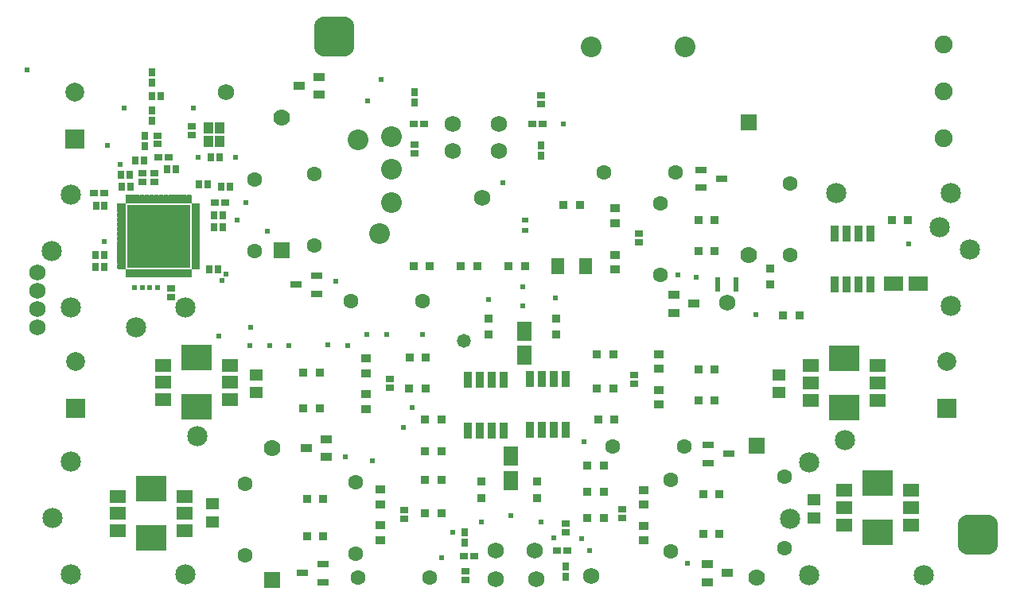
<source format=gts>
G04 Layer_Color=8388736*
%FSLAX25Y25*%
%MOIN*%
G70*
G01*
G75*
%ADD11R,0.03800X0.03600*%
%ADD20R,0.03600X0.03800*%
%ADD21R,0.04200X0.03200*%
%ADD22R,0.05200X0.04800*%
%ADD28R,0.05200X0.06700*%
%ADD29R,0.02400X0.06400*%
%ADD32R,0.02565X0.02184*%
%ADD56R,0.03241X0.03162*%
%ADD57R,0.06784X0.05800*%
%ADD58R,0.12808X0.10800*%
%ADD59R,0.01981X0.03769*%
%ADD60R,0.03769X0.01981*%
%ADD61R,0.00084X0.00084*%
%ADD62R,0.03162X0.03241*%
%ADD63R,0.03359X0.06706*%
%ADD64R,0.05131X0.03359*%
%ADD65R,0.03162X0.03753*%
%ADD66R,0.03556X0.03162*%
%ADD67R,0.03753X0.03162*%
%ADD68R,0.04934X0.03162*%
%ADD69R,0.07887X0.05918*%
%ADD70C,0.06800*%
%ADD71R,0.05918X0.07887*%
%ADD72R,0.04147X0.04540*%
%ADD73C,0.08477*%
%ADD74C,0.06312*%
%ADD75C,0.08674*%
%ADD76C,0.02800*%
%ADD77C,0.08674*%
%ADD78C,0.07493*%
%ADD79R,0.07001X0.07001*%
%ADD80C,0.07001*%
%ADD81R,0.07887X0.07887*%
%ADD82C,0.07887*%
G04:AMPARAMS|DCode=83|XSize=168mil|YSize=168mil|CornerRadius=44mil|HoleSize=0mil|Usage=FLASHONLY|Rotation=0.000|XOffset=0mil|YOffset=0mil|HoleType=Round|Shape=RoundedRectangle|*
%AMROUNDEDRECTD83*
21,1,0.16800,0.08000,0,0,0.0*
21,1,0.08000,0.16800,0,0,0.0*
1,1,0.08800,0.04000,-0.04000*
1,1,0.08800,-0.04000,-0.04000*
1,1,0.08800,-0.04000,0.04000*
1,1,0.08800,0.04000,0.04000*
%
%ADD83ROUNDEDRECTD83*%
%ADD84C,0.02400*%
%ADD85C,0.05800*%
G36*
X74803Y144561D02*
X71284D01*
Y146294D01*
X74803D01*
Y144561D01*
D02*
G37*
G36*
X43616D02*
X40097D01*
Y146294D01*
X43616D01*
Y144561D01*
D02*
G37*
G36*
X74803Y146530D02*
X71284D01*
Y148263D01*
X74803D01*
Y146530D01*
D02*
G37*
G36*
X43616D02*
X40097D01*
Y148263D01*
X43616D01*
Y146530D01*
D02*
G37*
G36*
X74803Y142592D02*
X71284D01*
Y144325D01*
X74803D01*
Y142592D01*
D02*
G37*
G36*
X43616Y140623D02*
X40097D01*
Y142356D01*
X43616D01*
Y140623D01*
D02*
G37*
G36*
X74803Y138654D02*
X71284D01*
Y140387D01*
X74803D01*
Y138654D01*
D02*
G37*
G36*
X43616Y142592D02*
X40097D01*
Y144325D01*
X43616D01*
Y142592D01*
D02*
G37*
G36*
X74803Y140623D02*
X71284D01*
Y142356D01*
X74803D01*
Y140623D01*
D02*
G37*
G36*
X43616Y154406D02*
X40097D01*
Y156139D01*
X43616D01*
Y154406D01*
D02*
G37*
G36*
X74803Y152437D02*
X71284D01*
Y154170D01*
X74803D01*
Y152437D01*
D02*
G37*
G36*
X43616Y156375D02*
X40097D01*
Y158108D01*
X43616D01*
Y156375D01*
D02*
G37*
G36*
X74803Y154406D02*
X71284D01*
Y156139D01*
X74803D01*
Y154406D01*
D02*
G37*
G36*
X43616Y152437D02*
X40097D01*
Y154170D01*
X43616D01*
Y152437D01*
D02*
G37*
G36*
X74803Y148499D02*
X71284D01*
Y150232D01*
X74803D01*
Y148499D01*
D02*
G37*
G36*
X43616D02*
X40097D01*
Y150232D01*
X43616D01*
Y148499D01*
D02*
G37*
G36*
X74803Y150468D02*
X71284D01*
Y152201D01*
X74803D01*
Y150468D01*
D02*
G37*
G36*
X43616D02*
X40097D01*
Y152201D01*
X43616D01*
Y150468D01*
D02*
G37*
G36*
X57332Y132997D02*
X55600D01*
Y136516D01*
X57332D01*
Y132997D01*
D02*
G37*
G36*
X55363D02*
X53631D01*
Y136516D01*
X55363D01*
Y132997D01*
D02*
G37*
G36*
X61269D02*
X59537D01*
Y136516D01*
X61269D01*
Y132997D01*
D02*
G37*
G36*
X59300D02*
X57568D01*
Y136516D01*
X59300D01*
Y132997D01*
D02*
G37*
G36*
X53395D02*
X51663D01*
Y136516D01*
X53395D01*
Y132997D01*
D02*
G37*
G36*
X47489D02*
X45757D01*
Y136516D01*
X47489D01*
Y132997D01*
D02*
G37*
G36*
X45521D02*
X43789D01*
Y136516D01*
X45521D01*
Y132997D01*
D02*
G37*
G36*
X51426D02*
X49694D01*
Y136516D01*
X51426D01*
Y132997D01*
D02*
G37*
G36*
X49458D02*
X47726D01*
Y136516D01*
X49458D01*
Y132997D01*
D02*
G37*
G36*
X74803Y136685D02*
X71284D01*
Y138418D01*
X74803D01*
Y136685D01*
D02*
G37*
G36*
X43616D02*
X40097D01*
Y138418D01*
X43616D01*
Y136685D01*
D02*
G37*
G36*
Y138654D02*
X40097D01*
Y140387D01*
X43616D01*
Y138654D01*
D02*
G37*
G36*
X70692Y161987D02*
Y160413D01*
Y158887D01*
Y157313D01*
Y155787D01*
Y154213D01*
Y152687D01*
Y151113D01*
Y149587D01*
Y148013D01*
Y146487D01*
Y144913D01*
Y143387D01*
Y141813D01*
Y140287D01*
Y138713D01*
Y137108D01*
X44208D01*
Y138713D01*
Y140287D01*
Y141813D01*
Y143387D01*
Y144913D01*
Y146487D01*
Y148013D01*
Y149587D01*
Y151113D01*
Y152687D01*
Y154213D01*
Y155787D01*
Y157313D01*
Y158887D01*
Y160413D01*
Y161987D01*
Y163592D01*
X70692D01*
Y161987D01*
D02*
G37*
G36*
X71111Y132997D02*
X69379D01*
Y136516D01*
X71111D01*
Y132997D01*
D02*
G37*
G36*
X65206D02*
X63474D01*
Y136516D01*
X65206D01*
Y132997D01*
D02*
G37*
G36*
X63237D02*
X61505D01*
Y136516D01*
X63237D01*
Y132997D01*
D02*
G37*
G36*
X69143D02*
X67411D01*
Y136516D01*
X69143D01*
Y132997D01*
D02*
G37*
G36*
X67174D02*
X65442D01*
Y136516D01*
X67174D01*
Y132997D01*
D02*
G37*
G36*
X74803Y156375D02*
X71284D01*
Y158108D01*
X74803D01*
Y156375D01*
D02*
G37*
G36*
X45521Y164184D02*
X43789D01*
Y167703D01*
X45521D01*
Y164184D01*
D02*
G37*
G36*
X74803Y162282D02*
X71284D01*
Y164015D01*
X74803D01*
Y162282D01*
D02*
G37*
G36*
X47489Y164184D02*
X45757D01*
Y167703D01*
X47489D01*
Y164184D01*
D02*
G37*
G36*
X51426D02*
X49694D01*
Y167703D01*
X51426D01*
Y164184D01*
D02*
G37*
G36*
X49458D02*
X47726D01*
Y167703D01*
X49458D01*
Y164184D01*
D02*
G37*
G36*
X43616Y160313D02*
X40097D01*
Y162046D01*
X43616D01*
Y160313D01*
D02*
G37*
G36*
X74803Y158344D02*
X71284D01*
Y160077D01*
X74803D01*
Y158344D01*
D02*
G37*
G36*
X43616D02*
X40097D01*
Y160077D01*
X43616D01*
Y158344D01*
D02*
G37*
G36*
Y162282D02*
X40097D01*
Y164015D01*
X43616D01*
Y162282D01*
D02*
G37*
G36*
X74803Y160313D02*
X71284D01*
Y162046D01*
X74803D01*
Y160313D01*
D02*
G37*
G36*
X65206Y164184D02*
X63474D01*
Y167703D01*
X65206D01*
Y164184D01*
D02*
G37*
G36*
X63237D02*
X61505D01*
Y167703D01*
X63237D01*
Y164184D01*
D02*
G37*
G36*
X71111D02*
X69379D01*
Y167703D01*
X71111D01*
Y164184D01*
D02*
G37*
G36*
X67174D02*
X65442D01*
Y167703D01*
X67174D01*
Y164184D01*
D02*
G37*
G36*
X69143D02*
X67411D01*
Y167703D01*
X69143D01*
Y164184D01*
D02*
G37*
G36*
X57332D02*
X55600D01*
Y167703D01*
X57332D01*
Y164184D01*
D02*
G37*
G36*
X55363D02*
X53631D01*
Y167703D01*
X55363D01*
Y164184D01*
D02*
G37*
G36*
X53395D02*
X51663D01*
Y167703D01*
X53395D01*
Y164184D01*
D02*
G37*
G36*
X61269D02*
X59537D01*
Y167703D01*
X61269D01*
Y164184D01*
D02*
G37*
G36*
X59300D02*
X57568D01*
Y167703D01*
X59300D01*
Y164184D01*
D02*
G37*
%LPC*%
G36*
X56687Y143387D02*
X55113D01*
Y141813D01*
X56687D01*
Y143387D01*
D02*
G37*
G36*
X50487D02*
X48913D01*
Y141813D01*
X50487D01*
Y143387D01*
D02*
G37*
G36*
X53587D02*
X52013D01*
Y141813D01*
X53587D01*
Y143387D01*
D02*
G37*
G36*
X59787D02*
X58213D01*
Y141813D01*
X59787D01*
Y143387D01*
D02*
G37*
G36*
X53587Y161987D02*
X52013D01*
Y160413D01*
X53587D01*
Y161987D01*
D02*
G37*
G36*
X50487D02*
X48913D01*
Y160413D01*
X50487D01*
Y161987D01*
D02*
G37*
G36*
X47387D02*
X45813D01*
Y160413D01*
X47387D01*
Y161987D01*
D02*
G37*
G36*
X62887Y143387D02*
X61313D01*
Y141813D01*
X62887D01*
Y143387D01*
D02*
G37*
G36*
X65987D02*
X64413D01*
Y141813D01*
X65987D01*
Y143387D01*
D02*
G37*
G36*
X69087D02*
X67513D01*
Y141813D01*
X69087D01*
Y143387D01*
D02*
G37*
G36*
X47387D02*
X45813D01*
Y141813D01*
X47387D01*
Y143387D01*
D02*
G37*
G36*
Y140287D02*
X45813D01*
Y138713D01*
X47387D01*
Y140287D01*
D02*
G37*
G36*
X50487D02*
X48913D01*
Y138713D01*
X50487D01*
Y140287D01*
D02*
G37*
G36*
X53587D02*
X52013D01*
Y138713D01*
X53587D01*
Y140287D01*
D02*
G37*
G36*
X69087Y161987D02*
X67513D01*
Y160413D01*
X69087D01*
Y161987D01*
D02*
G37*
G36*
X65987D02*
X64413D01*
Y160413D01*
X65987D01*
Y161987D01*
D02*
G37*
G36*
X62887D02*
X61313D01*
Y160413D01*
X62887D01*
Y161987D01*
D02*
G37*
G36*
X56687Y140287D02*
X55113D01*
Y138713D01*
X56687D01*
Y140287D01*
D02*
G37*
G36*
X69087D02*
X67513D01*
Y138713D01*
X69087D01*
Y140287D01*
D02*
G37*
G36*
X59787Y161987D02*
X58213D01*
Y160413D01*
X59787D01*
Y161987D01*
D02*
G37*
G36*
X56687D02*
X55113D01*
Y160413D01*
X56687D01*
Y161987D01*
D02*
G37*
G36*
X59787Y140287D02*
X58213D01*
Y138713D01*
X59787D01*
Y140287D01*
D02*
G37*
G36*
X62887D02*
X61313D01*
Y138713D01*
X62887D01*
Y140287D01*
D02*
G37*
G36*
X65987D02*
X64413D01*
Y138713D01*
X65987D01*
Y140287D01*
D02*
G37*
G36*
X69087Y152687D02*
X67513D01*
Y151113D01*
X69087D01*
Y152687D01*
D02*
G37*
G36*
X65987D02*
X64413D01*
Y151113D01*
X65987D01*
Y152687D01*
D02*
G37*
G36*
X59787Y158887D02*
X58213D01*
Y157313D01*
X59787D01*
Y158887D01*
D02*
G37*
G36*
X47387Y155787D02*
X45813D01*
Y154213D01*
X47387D01*
Y155787D01*
D02*
G37*
G36*
X56687Y158887D02*
X55113D01*
Y157313D01*
X56687D01*
Y158887D01*
D02*
G37*
G36*
X53587Y152687D02*
X52013D01*
Y151113D01*
X53587D01*
Y152687D01*
D02*
G37*
G36*
X50487D02*
X48913D01*
Y151113D01*
X50487D01*
Y152687D01*
D02*
G37*
G36*
X56687D02*
X55113D01*
Y151113D01*
X56687D01*
Y152687D01*
D02*
G37*
G36*
X62887D02*
X61313D01*
Y151113D01*
X62887D01*
Y152687D01*
D02*
G37*
G36*
X59787D02*
X58213D01*
Y151113D01*
X59787D01*
Y152687D01*
D02*
G37*
G36*
X69087Y155787D02*
X67513D01*
Y154213D01*
X69087D01*
Y155787D01*
D02*
G37*
G36*
X65987D02*
X64413D01*
Y154213D01*
X65987D01*
Y155787D01*
D02*
G37*
G36*
X53587Y158887D02*
X52013D01*
Y157313D01*
X53587D01*
Y158887D01*
D02*
G37*
G36*
X47387D02*
X45813D01*
Y157313D01*
X47387D01*
Y158887D01*
D02*
G37*
G36*
X50487D02*
X48913D01*
Y157313D01*
X50487D01*
Y158887D01*
D02*
G37*
G36*
X53587Y155787D02*
X52013D01*
Y154213D01*
X53587D01*
Y155787D01*
D02*
G37*
G36*
X50487D02*
X48913D01*
Y154213D01*
X50487D01*
Y155787D01*
D02*
G37*
G36*
X56687D02*
X55113D01*
Y154213D01*
X56687D01*
Y155787D01*
D02*
G37*
G36*
X62887D02*
X61313D01*
Y154213D01*
X62887D01*
Y155787D01*
D02*
G37*
G36*
X59787D02*
X58213D01*
Y154213D01*
X59787D01*
Y155787D01*
D02*
G37*
G36*
X65987Y146487D02*
X64413D01*
Y144913D01*
X65987D01*
Y146487D01*
D02*
G37*
G36*
X62887D02*
X61313D01*
Y144913D01*
X62887D01*
Y146487D01*
D02*
G37*
G36*
X69087D02*
X67513D01*
Y144913D01*
X69087D01*
Y146487D01*
D02*
G37*
G36*
X50487Y149587D02*
X48913D01*
Y148013D01*
X50487D01*
Y149587D01*
D02*
G37*
G36*
X47387D02*
X45813D01*
Y148013D01*
X47387D01*
Y149587D01*
D02*
G37*
G36*
X50487Y146487D02*
X48913D01*
Y144913D01*
X50487D01*
Y146487D01*
D02*
G37*
G36*
X47387D02*
X45813D01*
Y144913D01*
X47387D01*
Y146487D01*
D02*
G37*
G36*
X53587D02*
X52013D01*
Y144913D01*
X53587D01*
Y146487D01*
D02*
G37*
G36*
X59787D02*
X58213D01*
Y144913D01*
X59787D01*
Y146487D01*
D02*
G37*
G36*
X56687D02*
X55113D01*
Y144913D01*
X56687D01*
Y146487D01*
D02*
G37*
G36*
X69087Y158887D02*
X67513D01*
Y157313D01*
X69087D01*
Y158887D01*
D02*
G37*
G36*
Y149587D02*
X67513D01*
Y148013D01*
X69087D01*
Y149587D01*
D02*
G37*
G36*
X65987Y158887D02*
X64413D01*
Y157313D01*
X65987D01*
Y158887D01*
D02*
G37*
G36*
X47387Y152687D02*
X45813D01*
Y151113D01*
X47387D01*
Y152687D01*
D02*
G37*
G36*
X62887Y158887D02*
X61313D01*
Y157313D01*
X62887D01*
Y158887D01*
D02*
G37*
G36*
X56687Y149587D02*
X55113D01*
Y148013D01*
X56687D01*
Y149587D01*
D02*
G37*
G36*
X53587D02*
X52013D01*
Y148013D01*
X53587D01*
Y149587D01*
D02*
G37*
G36*
X59787D02*
X58213D01*
Y148013D01*
X59787D01*
Y149587D01*
D02*
G37*
G36*
X65987D02*
X64413D01*
Y148013D01*
X65987D01*
Y149587D01*
D02*
G37*
G36*
X62887D02*
X61313D01*
Y148013D01*
X62887D01*
Y149587D01*
D02*
G37*
%LPD*%
D11*
X290450Y94500D02*
D03*
X283550D02*
D03*
X290450Y81500D02*
D03*
X283550D02*
D03*
X292450Y42000D02*
D03*
X285550D02*
D03*
X292450Y25500D02*
D03*
X285550D02*
D03*
X119550Y24500D02*
D03*
X126450D02*
D03*
X119550Y40000D02*
D03*
X126450D02*
D03*
X117950Y78000D02*
D03*
X124850D02*
D03*
X118050Y93000D02*
D03*
X124950D02*
D03*
X227050Y163325D02*
D03*
X233950D02*
D03*
X175900Y60000D02*
D03*
X169000D02*
D03*
X169050Y48000D02*
D03*
X175950D02*
D03*
Y73500D02*
D03*
X169050D02*
D03*
X184100Y137825D02*
D03*
X191000D02*
D03*
X162450Y86500D02*
D03*
X169350D02*
D03*
X325950Y117000D02*
D03*
X319050D02*
D03*
X247950Y100750D02*
D03*
X241050D02*
D03*
X247950Y86500D02*
D03*
X241050D02*
D03*
X241550Y73500D02*
D03*
X248450D02*
D03*
X237050Y54000D02*
D03*
X243950D02*
D03*
X243950Y43250D02*
D03*
X237050D02*
D03*
X243950Y32000D02*
D03*
X237050D02*
D03*
X204100Y137825D02*
D03*
X211000D02*
D03*
X283550Y144000D02*
D03*
X290450D02*
D03*
X283550Y157000D02*
D03*
X290450D02*
D03*
X364550D02*
D03*
X371450D02*
D03*
X164150Y137825D02*
D03*
X171050D02*
D03*
X162550Y99500D02*
D03*
X169450D02*
D03*
X169050Y34000D02*
D03*
X175950D02*
D03*
D20*
X192500Y47450D02*
D03*
Y40550D02*
D03*
X195500Y109050D02*
D03*
Y115950D02*
D03*
X313500Y136950D02*
D03*
Y130050D02*
D03*
X224000Y109050D02*
D03*
Y115950D02*
D03*
X216000Y47450D02*
D03*
Y40550D02*
D03*
D21*
X150400Y22950D02*
D03*
Y29050D02*
D03*
Y37950D02*
D03*
Y44050D02*
D03*
X144400Y77950D02*
D03*
Y84050D02*
D03*
Y92950D02*
D03*
Y99050D02*
D03*
X267000Y100800D02*
D03*
Y94700D02*
D03*
Y85800D02*
D03*
Y79700D02*
D03*
X260500Y43800D02*
D03*
Y37700D02*
D03*
Y28800D02*
D03*
Y22700D02*
D03*
X248500Y142550D02*
D03*
Y136450D02*
D03*
Y162050D02*
D03*
Y155950D02*
D03*
D22*
X98400Y84750D02*
D03*
Y92250D02*
D03*
X79900Y30500D02*
D03*
Y38000D02*
D03*
X317200Y92250D02*
D03*
Y84750D02*
D03*
X332000Y39750D02*
D03*
Y32250D02*
D03*
D28*
X236400Y137825D02*
D03*
X224600D02*
D03*
D29*
X299240Y130200D02*
D03*
X291760D02*
D03*
D32*
X211000Y157175D02*
D03*
Y152825D02*
D03*
D56*
X217500Y209311D02*
D03*
Y205689D02*
D03*
X228000Y29811D02*
D03*
Y26189D02*
D03*
X186000Y6067D02*
D03*
Y9689D02*
D03*
X164500Y185067D02*
D03*
Y188689D02*
D03*
X62600Y124789D02*
D03*
Y128411D02*
D03*
X160400Y31689D02*
D03*
Y35311D02*
D03*
X154400Y86689D02*
D03*
Y90311D02*
D03*
X50500Y173189D02*
D03*
Y176811D02*
D03*
X55500Y173189D02*
D03*
Y176811D02*
D03*
X57100Y188989D02*
D03*
Y192611D02*
D03*
X258500Y151311D02*
D03*
Y147689D02*
D03*
X256500Y92061D02*
D03*
Y88439D02*
D03*
X251500Y35811D02*
D03*
Y32189D02*
D03*
X71400Y192678D02*
D03*
Y196300D02*
D03*
D57*
X87396Y81717D02*
D03*
Y89000D02*
D03*
Y96284D02*
D03*
X59404D02*
D03*
Y89000D02*
D03*
Y81717D02*
D03*
X330808Y96184D02*
D03*
Y88900D02*
D03*
Y81616D02*
D03*
X358800D02*
D03*
Y88900D02*
D03*
Y96184D02*
D03*
X344608Y43767D02*
D03*
Y36483D02*
D03*
Y29200D02*
D03*
X372600D02*
D03*
Y36483D02*
D03*
Y43767D02*
D03*
X68396Y26717D02*
D03*
Y34000D02*
D03*
Y41284D02*
D03*
X40404D02*
D03*
Y34000D02*
D03*
Y26717D02*
D03*
D58*
X73400Y99295D02*
D03*
Y78705D02*
D03*
X344804Y78605D02*
D03*
Y99195D02*
D03*
X358604Y26188D02*
D03*
Y46779D02*
D03*
X54400Y44295D02*
D03*
Y23705D02*
D03*
D59*
X44655Y134757D02*
D03*
X46623D02*
D03*
X48592D02*
D03*
X50560D02*
D03*
X52529D02*
D03*
X54497D02*
D03*
X56466D02*
D03*
X58434D02*
D03*
X60403D02*
D03*
X62371D02*
D03*
X64340D02*
D03*
X66308D02*
D03*
X68277D02*
D03*
X70245D02*
D03*
Y165944D02*
D03*
X68277D02*
D03*
X66308D02*
D03*
X64340D02*
D03*
X62371D02*
D03*
X60403D02*
D03*
X58434D02*
D03*
X56466D02*
D03*
X54497D02*
D03*
X52529D02*
D03*
X50560D02*
D03*
X48592D02*
D03*
X46623D02*
D03*
X44655D02*
D03*
D60*
X73044Y137551D02*
D03*
Y139521D02*
D03*
Y141490D02*
D03*
Y143458D02*
D03*
Y145428D02*
D03*
Y147397D02*
D03*
Y149365D02*
D03*
Y151335D02*
D03*
Y153304D02*
D03*
Y155272D02*
D03*
Y157241D02*
D03*
Y159211D02*
D03*
Y161179D02*
D03*
Y163148D02*
D03*
X41857D02*
D03*
Y161179D02*
D03*
Y159211D02*
D03*
Y157241D02*
D03*
Y155272D02*
D03*
Y153304D02*
D03*
Y151335D02*
D03*
Y149365D02*
D03*
Y147397D02*
D03*
Y145428D02*
D03*
Y143458D02*
D03*
Y141490D02*
D03*
Y139521D02*
D03*
Y137551D02*
D03*
D61*
X57450Y150350D02*
D03*
D62*
X82311Y136300D02*
D03*
X78689D02*
D03*
X30989Y142600D02*
D03*
X34611D02*
D03*
X31089Y137500D02*
D03*
X34711D02*
D03*
X87311Y171000D02*
D03*
X83689D02*
D03*
X58311Y209000D02*
D03*
X54689D02*
D03*
X84311Y154000D02*
D03*
X80689D02*
D03*
X78000Y172000D02*
D03*
X74378D02*
D03*
X60989Y178300D02*
D03*
X64611D02*
D03*
X41689Y176000D02*
D03*
X45311D02*
D03*
X41878Y171000D02*
D03*
X45500D02*
D03*
X31189Y163000D02*
D03*
X34811D02*
D03*
X84311Y159000D02*
D03*
X80689D02*
D03*
X47689Y182000D02*
D03*
X51311D02*
D03*
X79389Y183400D02*
D03*
X83011D02*
D03*
D63*
X201900Y90130D02*
D03*
X196900D02*
D03*
X191900D02*
D03*
X186900D02*
D03*
Y68870D02*
D03*
X191900D02*
D03*
X196900D02*
D03*
X201900D02*
D03*
X213000Y69120D02*
D03*
X218000D02*
D03*
X223000D02*
D03*
X228000D02*
D03*
Y90380D02*
D03*
X223000D02*
D03*
X218000D02*
D03*
X213000D02*
D03*
X355500Y151455D02*
D03*
X350500D02*
D03*
X345500D02*
D03*
X340500D02*
D03*
Y130195D02*
D03*
X345500D02*
D03*
X350500D02*
D03*
X355500D02*
D03*
D64*
X124634Y209720D02*
D03*
Y217280D02*
D03*
X116366Y213500D02*
D03*
X287366Y12779D02*
D03*
Y5221D02*
D03*
X295634Y9000D02*
D03*
X273366Y125779D02*
D03*
Y118220D02*
D03*
X281634Y122000D02*
D03*
X127634Y57721D02*
D03*
Y65280D02*
D03*
X119366Y61500D02*
D03*
D65*
X51500Y188235D02*
D03*
Y192565D02*
D03*
X54500Y198835D02*
D03*
Y203165D02*
D03*
Y219165D02*
D03*
Y214835D02*
D03*
X164500Y206335D02*
D03*
Y210665D02*
D03*
X185500Y21835D02*
D03*
Y26165D02*
D03*
X228000Y11665D02*
D03*
Y7335D02*
D03*
X217500Y188543D02*
D03*
Y184213D02*
D03*
D66*
X30335Y168500D02*
D03*
X34665D02*
D03*
D67*
X80835Y164500D02*
D03*
X85165D02*
D03*
X61665Y183600D02*
D03*
X57335D02*
D03*
X164335Y197500D02*
D03*
X168665D02*
D03*
X185335Y16000D02*
D03*
X189665D02*
D03*
X228543Y18500D02*
D03*
X224213D02*
D03*
X218165Y197500D02*
D03*
X213835D02*
D03*
D68*
X123661Y126260D02*
D03*
Y133740D02*
D03*
X115000Y130000D02*
D03*
X126331Y5260D02*
D03*
Y12740D02*
D03*
X117669Y9000D02*
D03*
X284669Y178240D02*
D03*
Y170760D02*
D03*
X293331Y174500D02*
D03*
X287669Y62740D02*
D03*
Y55260D02*
D03*
X296331Y59000D02*
D03*
D69*
X375618Y130325D02*
D03*
X365382D02*
D03*
D70*
X295500Y122325D02*
D03*
X193000Y166500D02*
D03*
X215500Y6500D02*
D03*
X198500D02*
D03*
X200000Y186000D02*
D03*
X180500D02*
D03*
X215000Y18500D02*
D03*
X198500D02*
D03*
X200000Y197500D02*
D03*
X180500D02*
D03*
X6500Y135167D02*
D03*
Y127500D02*
D03*
Y119833D02*
D03*
Y112167D02*
D03*
X238500Y7800D02*
D03*
X85500Y210900D02*
D03*
D71*
X210500Y110618D02*
D03*
Y100382D02*
D03*
X205000Y47882D02*
D03*
Y58118D02*
D03*
D72*
X82964Y190046D02*
D03*
Y195754D02*
D03*
X78436D02*
D03*
Y190046D02*
D03*
D73*
X345000Y64800D02*
D03*
X384500Y154274D02*
D03*
X389326Y121278D02*
D03*
X397200Y144900D02*
D03*
X389326Y168522D02*
D03*
X341295D02*
D03*
X329969Y55344D02*
D03*
X322094Y31722D02*
D03*
X329969Y8100D02*
D03*
X378000D02*
D03*
X20500Y167744D02*
D03*
X12626Y144122D02*
D03*
X20500Y120500D02*
D03*
X68532D02*
D03*
X68805Y8478D02*
D03*
X20774D02*
D03*
X12900Y32100D02*
D03*
X20774Y55722D02*
D03*
X73600Y66400D02*
D03*
X47900Y112000D02*
D03*
D74*
X97500Y144000D02*
D03*
Y174000D02*
D03*
X168000Y123000D02*
D03*
X138000D02*
D03*
X122500Y146500D02*
D03*
Y176500D02*
D03*
X322000Y172500D02*
D03*
Y142500D02*
D03*
X244000Y177000D02*
D03*
X274000D02*
D03*
X267500Y164000D02*
D03*
Y134000D02*
D03*
X319500Y49500D02*
D03*
Y19500D02*
D03*
X247500Y62000D02*
D03*
X277500D02*
D03*
X272000Y48000D02*
D03*
Y18000D02*
D03*
X93500Y16500D02*
D03*
Y46500D02*
D03*
X171000Y7000D02*
D03*
X141000D02*
D03*
X140000Y17000D02*
D03*
Y47000D02*
D03*
D75*
X140972Y190685D02*
D03*
X150028Y151315D02*
D03*
D76*
X68300Y139500D02*
D03*
X65200D02*
D03*
X62100D02*
D03*
X59000D02*
D03*
X55900D02*
D03*
X52800D02*
D03*
X49700D02*
D03*
X46600D02*
D03*
X68300Y142600D02*
D03*
X65200D02*
D03*
X62100D02*
D03*
X59000D02*
D03*
X55900D02*
D03*
X52800D02*
D03*
X49700D02*
D03*
X46600D02*
D03*
X68300Y145700D02*
D03*
X65200D02*
D03*
X62100D02*
D03*
X59000D02*
D03*
X55900D02*
D03*
X52800D02*
D03*
X49700D02*
D03*
X46600D02*
D03*
X68300Y148800D02*
D03*
X65200D02*
D03*
X62100D02*
D03*
X59000D02*
D03*
X55900D02*
D03*
X52800D02*
D03*
X49700D02*
D03*
X46600D02*
D03*
X68300Y151900D02*
D03*
X65200D02*
D03*
X62100D02*
D03*
X59000D02*
D03*
X55900D02*
D03*
X52800D02*
D03*
X49700D02*
D03*
X46600D02*
D03*
X68300Y155000D02*
D03*
X65200D02*
D03*
X62100D02*
D03*
X59000D02*
D03*
X55900D02*
D03*
X52800D02*
D03*
X49700D02*
D03*
X46600D02*
D03*
X68300Y158100D02*
D03*
X65200D02*
D03*
X62100D02*
D03*
X59000D02*
D03*
X55900D02*
D03*
X52800D02*
D03*
X49700D02*
D03*
X46600D02*
D03*
X68300Y161200D02*
D03*
X65200D02*
D03*
X62100D02*
D03*
X59000D02*
D03*
X55900D02*
D03*
X52800D02*
D03*
X49700D02*
D03*
X46600D02*
D03*
D77*
X278000Y229660D02*
D03*
X238620D02*
D03*
X155020Y192100D02*
D03*
Y178330D02*
D03*
Y164540D02*
D03*
D78*
X386300Y191400D02*
D03*
Y211085D02*
D03*
Y230770D02*
D03*
D79*
X105000Y5988D02*
D03*
X109000Y144500D02*
D03*
X304500Y198000D02*
D03*
X308000Y62512D02*
D03*
D80*
X105000Y61500D02*
D03*
X109000Y200012D02*
D03*
X304500Y142488D02*
D03*
X308000Y7000D02*
D03*
D81*
X22800Y78100D02*
D03*
X22300Y191200D02*
D03*
X387600Y78015D02*
D03*
D82*
X22800Y97785D02*
D03*
X22300Y210885D02*
D03*
X387600Y97700D02*
D03*
D83*
X400500Y25100D02*
D03*
X130900Y234200D02*
D03*
D84*
X201500Y172800D02*
D03*
X371800Y147000D02*
D03*
X53700Y128700D02*
D03*
X56900Y128800D02*
D03*
X84000Y131800D02*
D03*
X85800Y134500D02*
D03*
X47200Y128800D02*
D03*
X50600D02*
D03*
X275000Y134000D02*
D03*
X282500Y133000D02*
D03*
X145000Y207000D02*
D03*
X227000Y197500D02*
D03*
X210000Y121000D02*
D03*
X223500Y124500D02*
D03*
X210000Y129000D02*
D03*
X307500Y117500D02*
D03*
X279000Y13000D02*
D03*
X238000Y18500D02*
D03*
X217500Y30500D02*
D03*
X205000Y33000D02*
D03*
X192500Y30500D02*
D03*
X180500Y26000D02*
D03*
X176000Y15500D02*
D03*
X235500Y64000D02*
D03*
X160000Y70000D02*
D03*
X147000Y56000D02*
D03*
X135780Y57721D02*
D03*
X131500Y131500D02*
D03*
X103000Y152500D02*
D03*
X90300Y157100D02*
D03*
X93900Y164411D02*
D03*
X89800Y183300D02*
D03*
X41300Y180300D02*
D03*
X36000Y188500D02*
D03*
X73900Y183600D02*
D03*
X72000Y204000D02*
D03*
X43000D02*
D03*
X96000Y112000D02*
D03*
X95500Y104500D02*
D03*
X104000D02*
D03*
X112000D02*
D03*
X128400Y104700D02*
D03*
X136500Y104600D02*
D03*
X144500Y109000D02*
D03*
X153000D02*
D03*
X168000D02*
D03*
X82800Y108600D02*
D03*
X34600Y148100D02*
D03*
X2400Y220100D02*
D03*
X223000Y23700D02*
D03*
X234800Y23300D02*
D03*
X195500Y123900D02*
D03*
X150500Y216000D02*
D03*
X163600Y78400D02*
D03*
D85*
X185400Y106300D02*
D03*
M02*

</source>
